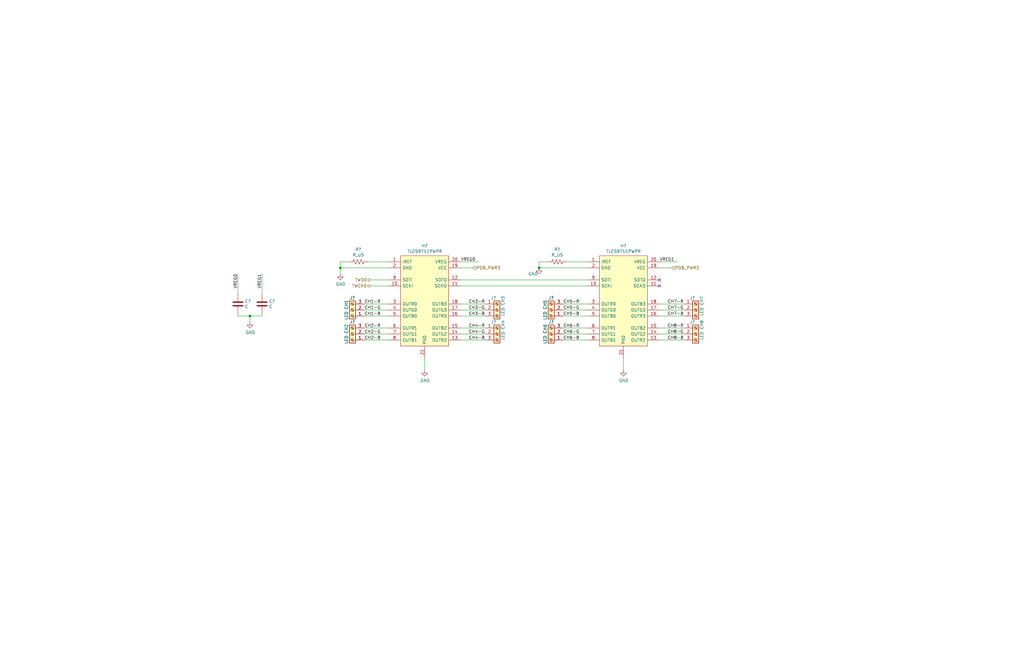
<source format=kicad_sch>
(kicad_sch (version 20230121) (generator eeschema)
  (paper "B")
  (title_block (title "Power Distribution Board, Dionysus") (rev "alpha") (comment 1 "J. LENDI") (comment 2 "PROTOTYPE - ALPHA"))
  (lib_symbols
    (symbol "Connector:Screw_Terminal_01x03" (pin_names (offset 1.016) hide)
      (property "Reference" "J" (at 0 5.08 0))
      (property "Value" "Screw_Terminal_01x03" (at 0 -5.08 0))
      (symbol "Screw_Terminal_01x03_1_1"
        (rectangle (start -1.27 3.81) (end 1.27 -3.81) (stroke (width 0.254)) (fill (type background)))
        (circle (center 0 -2.54) (radius 0.635) (stroke (width 0.1524)))
        (polyline (pts (xy -0.5334 -2.2098) (xy 0.3302 -3.048)) (stroke (width 0.1524)))
        (polyline (pts (xy -0.5334 0.3302) (xy 0.3302 -0.508)) (stroke (width 0.1524)))
        (polyline (pts (xy -0.5334 2.8702) (xy 0.3302 2.032)) (stroke (width 0.1524)))
        (polyline (pts (xy -0.3556 -2.032) (xy 0.508 -2.8702)) (stroke (width 0.1524)))
        (polyline (pts (xy -0.3556 0.508) (xy 0.508 -0.3302)) (stroke (width 0.1524)))
        (polyline (pts (xy -0.3556 3.048) (xy 0.508 2.2098)) (stroke (width 0.1524)))
        (circle (center 0 0) (radius 0.635) (stroke (width 0.1524)))
        (circle (center 0 2.54) (radius 0.635) (stroke (width 0.1524)))
        (pin passive line (at -5.08 2.54 0) (length 3.81) (name "Pin_1") (number "1"))
        (pin passive line (at -5.08 0 0) (length 3.81) (name "Pin_2") (number "2"))
        (pin passive line (at -5.08 -2.54 0) (length 3.81) (name "Pin_3") (number "3"))
      )
    )
    (symbol "Device:C" (pin_numbers hide) (pin_names (offset 0.254))
      (property "Reference" "C" (at 0.635 2.54 0))
      (property "Value" "C" (at 0.635 -2.54 0))
      (symbol "C_0_1"
        (polyline (pts (xy -2.032 -0.762) (xy 2.032 -0.762)) (stroke (width 0.508)))
        (polyline (pts (xy -2.032 0.762) (xy 2.032 0.762)) (stroke (width 0.508)))
      )
      (symbol "C_1_1"
        (pin passive line (at 0 3.81 270) (length 2.794) (name "~") (number "1"))
        (pin passive line (at 0 -3.81 90) (length 2.794) (name "~") (number "2"))
      )
    )
    (symbol "Device:R_US" (pin_numbers hide) (pin_names (offset 0))
      (property "Reference" "R" (at 2.54 0 90))
      (property "Value" "R_US" (at -2.54 0 90))
      (symbol "R_US_0_1"
        (polyline (pts (xy 0 -2.286) (xy 0 -2.54)))
        (polyline (pts (xy 0 2.286) (xy 0 2.54)))
        (polyline (pts (xy 0 -0.762) (xy 1.016 -1.143) (xy 0 -1.524) (xy -1.016 -1.905) (xy 0 -2.286)))
        (polyline (pts (xy 0 0.762) (xy 1.016 0.381) (xy 0 0) (xy -1.016 -0.381) (xy 0 -0.762)))
        (polyline (pts (xy 0 2.286) (xy 1.016 1.905) (xy 0 1.524) (xy -1.016 1.143) (xy 0 0.762)))
      )
      (symbol "R_US_1_1"
        (pin passive line (at 0 3.81 270) (length 1.27) (name "~") (number "1"))
        (pin passive line (at 0 -3.81 90) (length 1.27) (name "~") (number "2"))
      )
    )
    (symbol "Power Distribution Board-rescue:TLC59711PWPR-Driver_LED" (pin_names (offset 0.762))
      (property "Reference" "H" (at 26.67 7.62 0))
      (property "Value" "Driver_LED_TLC59711PWPR" (at 39.37 0 0))
      (symbol "TLC59711PWPR-Driver_LED_0_0"
        (pin bidirectional line (at 0 2.54 0) (length 5.08) (name "IREF") (number "1"))
        (pin input line (at 0 -7.62 0) (length 5.08) (name "SCKI") (number "10"))
        (pin output line (at 30.48 -7.62 180) (length 5.08) (name "SCKO") (number "11"))
        (pin output line (at 30.48 -5.08 180) (length 5.08) (name "SDTO") (number "12"))
        (pin output line (at 30.48 -30.48 180) (length 5.08) (name "OUTR2") (number "13"))
        (pin output line (at 30.48 -27.94 180) (length 5.08) (name "OUTG2") (number "14"))
        (pin output line (at 30.48 -25.4 180) (length 5.08) (name "OUTB2") (number "15"))
        (pin output line (at 30.48 -20.32 180) (length 5.08) (name "OUTR3") (number "16"))
        (pin output line (at 30.48 -17.78 180) (length 5.08) (name "OUTG3") (number "17"))
        (pin output line (at 30.48 -15.24 180) (length 5.08) (name "OUTB3") (number "18"))
        (pin power_in line (at 30.48 0 180) (length 5.08) (name "VCC") (number "19"))
        (pin power_in line (at 0 0 0) (length 5.08) (name "GND") (number "2"))
        (pin bidirectional line (at 30.48 2.54 180) (length 5.08) (name "VREG") (number "20"))
        (pin output line (at 15.24 -38.1 90) (length 5.08) (name "PAD") (number "21"))
        (pin output line (at 0 -15.24 0) (length 5.08) (name "OUTR0") (number "3"))
        (pin output line (at 0 -17.78 0) (length 5.08) (name "OUTG0") (number "4"))
        (pin output line (at 0 -20.32 0) (length 5.08) (name "OUTB0") (number "5"))
        (pin output line (at 0 -25.4 0) (length 5.08) (name "OUTR1") (number "6"))
        (pin output line (at 0 -27.94 0) (length 5.08) (name "OUTG1") (number "7"))
        (pin output line (at 0 -30.48 0) (length 5.08) (name "OUTB1") (number "8"))
        (pin input line (at 0 -5.08 0) (length 5.08) (name "SDTI") (number "9"))
      )
      (symbol "TLC59711PWPR-Driver_LED_0_1"
        (rectangle (start 5.08 5.08) (end 25.4 -33.02) (fill (type background)))
      )
    )
    (symbol "power:GND" (power) (pin_names (offset 0))
      (property "Value" "GND" (at 0 -3.81 0))
      (symbol "GND_0_1"
        (polyline (pts (xy 0 0) (xy 0 -1.27) (xy 1.27 -1.27) (xy 0 -2.54) (xy -1.27 -1.27) (xy 0 -1.27)))
      )
      (symbol "GND_1_1"
        (pin power_in line (at 0 0 270) (length 0) hide (name "GND") (number "1"))
      )
    )
  )
  (junction (at 105.41 133.35))
  (junction (at 227.33 113.03))
  (junction (at 143.51 113.03))
  (no_connect (at 278.13 118.11))
  (no_connect (at 278.13 120.65))
  (wire (pts (xy 194.31 118.11) (xy 247.65 118.11)))
  (wire (pts (xy 110.49 133.35) (xy 110.49 132.08)))
  (wire (pts (xy 110.49 124.46) (xy 110.49 115.57)))
  (wire (pts (xy 194.31 130.81) (xy 204.47 130.81)))
  (wire (pts (xy 163.83 110.49) (xy 154.94 110.49)))
  (wire (pts (xy 147.32 110.49) (xy 143.51 110.49)))
  (wire (pts (xy 278.13 143.51) (xy 288.29 143.51)))
  (wire (pts (xy 100.33 115.57) (xy 100.33 124.46)))
  (wire (pts (xy 194.31 110.49) (xy 201.93 110.49)))
  (wire (pts (xy 194.31 143.51) (xy 204.47 143.51)))
  (wire (pts (xy 237.49 143.51) (xy 247.65 143.51)))
  (wire (pts (xy 153.67 130.81) (xy 163.83 130.81)))
  (wire (pts (xy 262.89 151.13) (xy 262.89 156.21)))
  (wire (pts (xy 278.13 138.43) (xy 288.29 138.43)))
  (wire (pts (xy 153.67 140.97) (xy 163.83 140.97)))
  (wire (pts (xy 231.14 110.49) (xy 227.33 110.49)))
  (wire (pts (xy 237.49 130.81) (xy 247.65 130.81)))
  (wire (pts (xy 237.49 138.43) (xy 247.65 138.43)))
  (wire (pts (xy 105.41 133.35) (xy 105.41 135.89)))
  (wire (pts (xy 227.33 110.49) (xy 227.33 113.03)))
  (wire (pts (xy 247.65 120.65) (xy 194.31 120.65)))
  (wire (pts (xy 194.31 128.27) (xy 204.47 128.27)))
  (wire (pts (xy 153.67 138.43) (xy 163.83 138.43)))
  (wire (pts (xy 194.31 138.43) (xy 204.47 138.43)))
  (wire (pts (xy 237.49 133.35) (xy 247.65 133.35)))
  (wire (pts (xy 247.65 110.49) (xy 238.76 110.49)))
  (wire (pts (xy 143.51 113.03) (xy 143.51 115.57)))
  (wire (pts (xy 278.13 110.49) (xy 285.75 110.49)))
  (wire (pts (xy 247.65 113.03) (xy 227.33 113.03)))
  (wire (pts (xy 194.31 133.35) (xy 204.47 133.35)))
  (wire (pts (xy 143.51 110.49) (xy 143.51 113.03)))
  (wire (pts (xy 100.33 133.35) (xy 105.41 133.35)))
  (wire (pts (xy 278.13 113.03) (xy 283.21 113.03)))
  (wire (pts (xy 179.07 151.13) (xy 179.07 156.21)))
  (wire (pts (xy 153.67 143.51) (xy 163.83 143.51)))
  (wire (pts (xy 278.13 140.97) (xy 288.29 140.97)))
  (wire (pts (xy 278.13 133.35) (xy 288.29 133.35)))
  (wire (pts (xy 163.83 118.11) (xy 156.21 118.11)))
  (wire (pts (xy 194.31 140.97) (xy 204.47 140.97)))
  (wire (pts (xy 194.31 113.03) (xy 199.39 113.03)))
  (wire (pts (xy 237.49 140.97) (xy 247.65 140.97)))
  (wire (pts (xy 278.13 128.27) (xy 288.29 128.27)))
  (wire (pts (xy 153.67 128.27) (xy 163.83 128.27)))
  (wire (pts (xy 278.13 130.81) (xy 288.29 130.81)))
  (wire (pts (xy 237.49 128.27) (xy 247.65 128.27)))
  (wire (pts (xy 105.41 133.35) (xy 110.49 133.35)))
  (wire (pts (xy 163.83 113.03) (xy 143.51 113.03)))
  (wire (pts (xy 100.33 132.08) (xy 100.33 133.35)))
  (wire (pts (xy 153.67 133.35) (xy 163.83 133.35)))
  (wire (pts (xy 156.21 120.65) (xy 163.83 120.65)))
  (text "TLC59711PWPR internal linear voltage regulator operates from 4.0V to 17.0V\nNEED A SEPARATE REGULATED SUPPLY FOR PWM CONTROLLER" (at 120.65 -17.78 0) (effects (font (size 2.54 2.54)) (justify left bottom)))
  (text "Adafruit 12-channel 16-bit PWM LED driver - SPI interface - TLC59711 (ID: 1455)\nTI TLC59711 PWM RGB LED Driver" (at 120.65 -27.94 0) (effects (font (size 2.54 2.54)) (justify left bottom)))
  (label "CH7-B" (at 288.29 133.35 180))
  (label "CH8-R" (at 288.29 138.43 180))
  (label "CH6-B" (at 237.49 143.51 0))
  (label "CH5-R" (at 237.49 128.27 0))
  (label "CH2-G" (at 153.67 140.97 0))
  (label "CH8-G" (at 288.29 140.97 180))
  (label "CH5-B" (at 237.49 133.35 0))
  (label "CH2-B" (at 153.67 143.51 0))
  (label "CH1-R" (at 153.67 128.27 0))
  (label "CH3-B" (at 204.47 133.35 180))
  (label "CH8-B" (at 288.29 143.51 180))
  (label "VREG1" (at 110.49 115.57 270))
  (label "CH4-R" (at 204.47 138.43 180))
  (label "CH7-R" (at 288.29 128.27 180))
  (label "CH4-B" (at 204.47 143.51 180))
  (label "CH3-G" (at 204.47 130.81 180))
  (label "CH5-G" (at 237.49 130.81 0))
  (label "CH6-R" (at 237.49 138.43 0))
  (label "CH1-B" (at 153.67 133.35 0))
  (label "CH7-G" (at 288.29 130.81 180))
  (label "CH2-R" (at 153.67 138.43 0))
  (label "CH3-R" (at 204.47 128.27 180))
  (label "VREG0" (at 100.33 115.57 270))
  (label "VREG0" (at 194.31 110.49 0))
  (label "CH6-G" (at 237.49 140.97 0))
  (label "CH4-G" (at 204.47 140.97 180))
  (label "CH1-G" (at 153.67 130.81 0))
  (label "VREG1" (at 278.13 110.49 0))
  (hierarchical_label "TWD0" (shape bidirectional) (at 156.21 118.11 180))
  (hierarchical_label "PDB_PWR3" (shape input) (at 283.21 113.03 0))
  (hierarchical_label "TWCK0" (shape bidirectional) (at 156.21 120.65 180))
  (hierarchical_label "PDB_PWR3" (shape input) (at 199.39 113.03 0))
  (symbol (lib_id "Connector:Screw_Terminal_01x03") (at 209.55 130.81 0) (unit 1)
    (property "Reference" "J?" (at 207.01 125.73 0) (effects (justify left)))
    (property "Value" "LED CH3" (at 212.09 133.35 90) (effects (justify left)))
    (property "Footprint" "TerminalBlock_Phoenix:TerminalBlock_Phoenix_MKDS-1,5-3_1x03_P5.00mm_Horizontal" (effects hide))
    (instances (project "Dionysus-Power Distribution Board" (path "" (reference "J?") (unit 1))) (project "Power Distribution Board" (path "" (reference "J15") (unit 1))))
  )
  (symbol (lib_id "Connector:Screw_Terminal_01x03") (at 293.37 140.97 0) (unit 1)
    (property "Reference" "J?" (at 290.83 135.89 0) (effects (justify left)))
    (property "Value" "LED CH8" (at 295.91 143.51 90) (effects (justify left)))
    (property "Footprint" "TerminalBlock_Phoenix:TerminalBlock_Phoenix_MKDS-1,5-3_1x03_P5.00mm_Horizontal" (effects hide))
    (instances (project "Dionysus-Power Distribution Board" (path "" (reference "J?") (unit 1))) (project "Power Distribution Board" (path "" (reference "J20") (unit 1))))
  )
  (symbol (lib_id "Connector:Screw_Terminal_01x03") (at 209.55 140.97 0) (unit 1)
    (property "Reference" "J?" (at 207.01 135.89 0) (effects (justify left)))
    (property "Value" "LED CH4" (at 212.09 143.51 90) (effects (justify left)))
    (property "Footprint" "TerminalBlock_Phoenix:TerminalBlock_Phoenix_MKDS-1,5-3_1x03_P5.00mm_Horizontal" (effects hide))
    (instances (project "Dionysus-Power Distribution Board" (path "" (reference "J?") (unit 1))) (project "Power Distribution Board" (path "" (reference "J16") (unit 1))))
  )
  (symbol (lib_id "power:GND") (at 262.89 156.21 0) (unit 1)
    (property "Reference" "#PWR043" (effects hide))
    (property "Value" "GND" (at 263.017 160.6042 0))
    (instances (project "Dionysus-Power Distribution Board" (path "" (reference "#PWR043") (unit 1))) (project "Power Distribution Board" (path "" (reference "#PWR?") (unit 1)) (path "" (reference "#PWR?") (unit 1)) (path "" (reference "#PWR?") (unit 1)) (path "" (reference "#PWR057") (unit 1)) (path "" (reference "#PWR?") (unit 1))))
  )
  (symbol (lib_id "Device:C") (at 100.33 128.27 0) (unit 1)
    (property "Reference" "C?" (at 103.251 127.1016 0) (effects (justify left)))
    (property "Value" "C" (at 103.251 129.413 0) (effects (justify left)))
    (instances (project "Dionysus-Power Distribution Board" (path "" (reference "C?") (unit 1))) (project "Power Distribution Board" (path "" (reference "C55") (unit 1))))
  )
  (symbol (lib_id "Connector:Screw_Terminal_01x03") (at 148.59 130.81 180) (unit 1)
    (property "Reference" "J?" (at 148.59 125.73 0))
    (property "Value" "LED CH1" (at 146.05 130.81 90))
    (property "Footprint" "TerminalBlock_Phoenix:TerminalBlock_Phoenix_MKDS-1,5-3_1x03_P5.00mm_Horizontal" (effects hide))
    (instances (project "Dionysus-Power Distribution Board" (path "" (reference "J?") (unit 1))) (project "Power Distribution Board" (path "" (reference "J13") (unit 1))))
  )
  (symbol (lib_id "Power Distribution Board-rescue:TLC59711PWPR-Driver_LED") (at 247.65 113.03 0) (unit 1)
    (property "Reference" "H?" (at 262.89 103.759 0))
    (property "Value" "TLC59711PWPR" (at 262.89 106.0704 0))
    (property "Footprint" "SOP65P640X120-21N" (effects hide))
    (property "Datasheet" "http://www.ti.com/lit/gpn/tlc59711" (effects hide))
    (property "Description" "12-Channel, 16-Bit, ES-PWM RGB LED Driver with 3.3V Linear Regulator and Watchdog Timer" (effects hide))
    (property "Height" "1.2" (effects hide))
    (property "Mouser Part Number" "595-TLC59711PWPR" (effects hide))
    (property "Mouser Price/Stock" "https://www.mouser.co.uk/ProductDetail/Texas-Instruments/TLC59711PWPR?qs=0gJBXdIUCJmwn8liNLSqqA%3D%3D" (effects hide))
    (property "Manufacturer_Name" "Texas Instruments" (effects hide))
    (property "Manufacturer_Part_Number" "TLC59711PWPR" (effects hide))
    (instances (project "Dionysus-Power Distribution Board" (path "" (reference "H?") (unit 1))) (project "Power Distribution Board" (path "" (reference "H2") (unit 1))))
  )
  (symbol (lib_id "Connector:Screw_Terminal_01x03") (at 148.59 140.97 180) (unit 1)
    (property "Reference" "J?" (at 148.59 135.89 0))
    (property "Value" "LED CH2" (at 146.05 140.97 90))
    (property "Footprint" "TerminalBlock_Phoenix:TerminalBlock_Phoenix_MKDS-1,5-3_1x03_P5.00mm_Horizontal" (effects hide))
    (instances (project "Dionysus-Power Distribution Board" (path "" (reference "J?") (unit 1))) (project "Power Distribution Board" (path "" (reference "J14") (unit 1))))
  )
  (symbol (lib_id "power:GND") (at 143.51 115.57 0) (unit 1)
    (property "Reference" "#PWR040" (effects hide))
    (property "Value" "GND" (at 143.637 119.9642 0))
    (instances (project "Dionysus-Power Distribution Board" (path "" (reference "#PWR040") (unit 1))) (project "Power Distribution Board" (path "" (reference "#PWR?") (unit 1)) (path "" (reference "#PWR?") (unit 1)) (path "" (reference "#PWR?") (unit 1)) (path "" (reference "#PWR052") (unit 1)) (path "" (reference "#PWR?") (unit 1))))
  )
  (symbol (lib_id "Connector:Screw_Terminal_01x03") (at 232.41 140.97 180) (unit 1)
    (property "Reference" "J?" (at 232.41 135.89 0))
    (property "Value" "LED CH6" (at 229.87 140.97 90))
    (property "Footprint" "TerminalBlock_Phoenix:TerminalBlock_Phoenix_MKDS-1,5-3_1x03_P5.00mm_Horizontal" (effects hide))
    (instances (project "Dionysus-Power Distribution Board" (path "" (reference "J?") (unit 1))) (project "Power Distribution Board" (path "" (reference "J18") (unit 1))))
  )
  (symbol (lib_id "power:GND") (at 227.33 113.03 0) (unit 1)
    (property "Reference" "#PWR042" (effects hide))
    (property "Value" "GND" (at 224.79 115.57 0))
    (instances (project "Dionysus-Power Distribution Board" (path "" (reference "#PWR042") (unit 1))) (project "Power Distribution Board" (path "" (reference "#PWR?") (unit 1)) (path "" (reference "#PWR?") (unit 1)) (path "" (reference "#PWR?") (unit 1)) (path "" (reference "#PWR056") (unit 1)) (path "" (reference "#PWR?") (unit 1))))
  )
  (symbol (lib_id "Connector:Screw_Terminal_01x03") (at 293.37 130.81 0) (unit 1)
    (property "Reference" "J?" (at 290.83 125.73 0) (effects (justify left)))
    (property "Value" "LED CH7" (at 295.91 133.35 90) (effects (justify left)))
    (property "Footprint" "TerminalBlock_Phoenix:TerminalBlock_Phoenix_MKDS-1,5-3_1x03_P5.00mm_Horizontal" (effects hide))
    (instances (project "Dionysus-Power Distribution Board" (path "" (reference "J?") (unit 1))) (project "Power Distribution Board" (path "" (reference "J19") (unit 1))))
  )
  (symbol (lib_id "Device:R_US") (at 234.95 110.49 270) (unit 1)
    (property "Reference" "R?" (at 234.95 105.283 90))
    (property "Value" "R_US" (at 234.95 107.5944 90))
    (instances (project "Dionysus-Power Distribution Board" (path "" (reference "R?") (unit 1))) (project "Power Distribution Board" (path "" (reference "R12") (unit 1))))
  )
  (symbol (lib_id "power:GND") (at 105.41 135.89 0) (unit 1)
    (property "Reference" "#PWR039" (effects hide))
    (property "Value" "GND" (at 105.537 140.2842 0))
    (instances (project "Dionysus-Power Distribution Board" (path "" (reference "#PWR039") (unit 1))) (project "Power Distribution Board" (path "" (reference "#PWR?") (unit 1)) (path "" (reference "#PWR?") (unit 1)) (path "" (reference "#PWR?") (unit 1)) (path "" (reference "#PWR0173") (unit 1)) (path "" (reference "#PWR?") (unit 1))))
  )
  (symbol (lib_id "power:GND") (at 179.07 156.21 0) (unit 1)
    (property "Reference" "#PWR041" (effects hide))
    (property "Value" "GND" (at 179.197 160.6042 0))
    (instances (project "Dionysus-Power Distribution Board" (path "" (reference "#PWR041") (unit 1))) (project "Power Distribution Board" (path "" (reference "#PWR?") (unit 1)) (path "" (reference "#PWR?") (unit 1)) (path "" (reference "#PWR?") (unit 1)) (path "" (reference "#PWR053") (unit 1)) (path "" (reference "#PWR?") (unit 1))))
  )
  (symbol (lib_id "Device:C") (at 110.49 128.27 0) (unit 1)
    (property "Reference" "C?" (at 113.411 127.1016 0) (effects (justify left)))
    (property "Value" "C" (at 113.411 129.413 0) (effects (justify left)))
    (instances (project "Dionysus-Power Distribution Board" (path "" (reference "C?") (unit 1))) (project "Power Distribution Board" (path "" (reference "C56") (unit 1))))
  )
  (symbol (lib_id "Device:R_US") (at 151.13 110.49 270) (unit 1)
    (property "Reference" "R?" (at 151.13 105.283 90))
    (property "Value" "R_US" (at 151.13 107.5944 90))
    (instances (project "Dionysus-Power Distribution Board" (path "" (reference "R?") (unit 1))) (project "Power Distribution Board" (path "" (reference "R11") (unit 1))))
  )
  (symbol (lib_id "Connector:Screw_Terminal_01x03") (at 232.41 130.81 180) (unit 1)
    (property "Reference" "J?" (at 232.41 125.73 0))
    (property "Value" "LED CH5" (at 229.87 130.81 90))
    (property "Footprint" "TerminalBlock_Phoenix:TerminalBlock_Phoenix_MKDS-1,5-3_1x03_P5.00mm_Horizontal" (effects hide))
    (instances (project "Dionysus-Power Distribution Board" (path "" (reference "J?") (unit 1))) (project "Power Distribution Board" (path "" (reference "J17") (unit 1))))
  )
  (symbol (lib_id "Power Distribution Board-rescue:TLC59711PWPR-Driver_LED") (at 163.83 113.03 0) (unit 1)
    (property "Reference" "H?" (at 179.07 103.759 0))
    (property "Value" "TLC59711PWPR" (at 179.07 106.0704 0))
    (property "Footprint" "SOP65P640X120-21N" (effects hide))
    (property "Datasheet" "http://www.ti.com/lit/gpn/tlc59711" (effects hide))
    (property "Description" "12-Channel, 16-Bit, ES-PWM RGB LED Driver with 3.3V Linear Regulator and Watchdog Timer" (effects hide))
    (property "Height" "1.2" (effects hide))
    (property "Mouser Part Number" "595-TLC59711PWPR" (effects hide))
    (property "Mouser Price/Stock" "https://www.mouser.co.uk/ProductDetail/Texas-Instruments/TLC59711PWPR?qs=0gJBXdIUCJmwn8liNLSqqA%3D%3D" (effects hide))
    (property "Manufacturer_Name" "Texas Instruments" (effects hide))
    (property "Manufacturer_Part_Number" "TLC59711PWPR" (effects hide))
    (instances (project "Dionysus-Power Distribution Board" (path "" (reference "H?") (unit 1))) (project "Power Distribution Board" (path "" (reference "H1") (unit 1))))
  )
)
</source>
